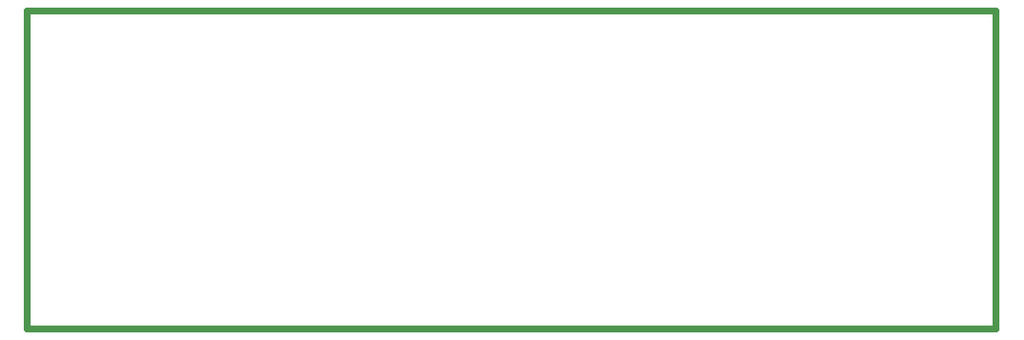
<source format=gbr>
G04 start of page 4 for group 6 idx 6 *
G04 Title: (unknown), outline *
G04 Creator: pcb 20140316 *
G04 CreationDate: Tue 28 Aug 2018 06:00:51 PM GMT UTC *
G04 For: thomasc *
G04 Format: Gerber/RS-274X *
G04 PCB-Dimensions (mil): 3800.00 1250.00 *
G04 PCB-Coordinate-Origin: lower left *
%MOIN*%
%FSLAX25Y25*%
%LNOUTLINE*%
%ADD30C,0.0250*%
G54D30*X0Y125000D02*Y0D01*
X380000D01*
Y125000D01*
X0D01*
M02*

</source>
